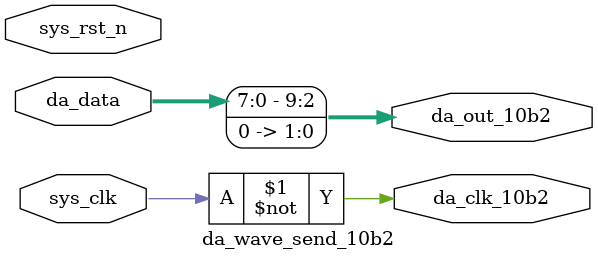
<source format=v>
module da_wave_send_10b2(
    input                   sys_clk     ,
    input                   sys_rst_n   ,
    input           [7:0]   da_data     ,
    output                  da_clk_10b2 ,
    output          [9:0]   da_out_10b2
    );

    assign                  da_clk_10b2 = ~sys_clk;
    assign                  da_out_10b2[9:2] = da_data;
    assign                  da_out_10b2[1:0] = 2'b00;
endmodule

</source>
